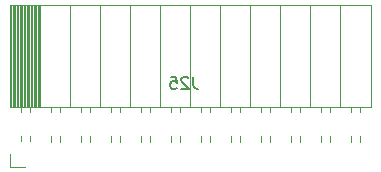
<source format=gbr>
%TF.GenerationSoftware,KiCad,Pcbnew,8.0.4*%
%TF.CreationDate,2024-09-10T22:03:23-04:00*%
%TF.ProjectId,LowerPOGO,4c6f7765-7250-44f4-974f-2e6b69636164,v4*%
%TF.SameCoordinates,Original*%
%TF.FileFunction,Legend,Bot*%
%TF.FilePolarity,Positive*%
%FSLAX46Y46*%
G04 Gerber Fmt 4.6, Leading zero omitted, Abs format (unit mm)*
G04 Created by KiCad (PCBNEW 8.0.4) date 2024-09-10 22:03:23*
%MOMM*%
%LPD*%
G01*
G04 APERTURE LIST*
%ADD10C,0.150000*%
%ADD11C,0.120000*%
G04 APERTURE END LIST*
D10*
X147199523Y-98717319D02*
X147199523Y-99431604D01*
X147199523Y-99431604D02*
X147247142Y-99574461D01*
X147247142Y-99574461D02*
X147342380Y-99669700D01*
X147342380Y-99669700D02*
X147485237Y-99717319D01*
X147485237Y-99717319D02*
X147580475Y-99717319D01*
X146770951Y-98812557D02*
X146723332Y-98764938D01*
X146723332Y-98764938D02*
X146628094Y-98717319D01*
X146628094Y-98717319D02*
X146389999Y-98717319D01*
X146389999Y-98717319D02*
X146294761Y-98764938D01*
X146294761Y-98764938D02*
X146247142Y-98812557D01*
X146247142Y-98812557D02*
X146199523Y-98907795D01*
X146199523Y-98907795D02*
X146199523Y-99003033D01*
X146199523Y-99003033D02*
X146247142Y-99145890D01*
X146247142Y-99145890D02*
X146818570Y-99717319D01*
X146818570Y-99717319D02*
X146199523Y-99717319D01*
X145294761Y-98717319D02*
X145770951Y-98717319D01*
X145770951Y-98717319D02*
X145818570Y-99193509D01*
X145818570Y-99193509D02*
X145770951Y-99145890D01*
X145770951Y-99145890D02*
X145675713Y-99098271D01*
X145675713Y-99098271D02*
X145437618Y-99098271D01*
X145437618Y-99098271D02*
X145342380Y-99145890D01*
X145342380Y-99145890D02*
X145294761Y-99193509D01*
X145294761Y-99193509D02*
X145247142Y-99288747D01*
X145247142Y-99288747D02*
X145247142Y-99526842D01*
X145247142Y-99526842D02*
X145294761Y-99622080D01*
X145294761Y-99622080D02*
X145342380Y-99669700D01*
X145342380Y-99669700D02*
X145437618Y-99717319D01*
X145437618Y-99717319D02*
X145675713Y-99717319D01*
X145675713Y-99717319D02*
X145770951Y-99669700D01*
X145770951Y-99669700D02*
X145818570Y-99622080D01*
D11*
%TO.C,J25*%
X131670000Y-101250000D02*
X131670000Y-92620000D01*
X131670000Y-106360000D02*
X131670000Y-105250000D01*
X131790000Y-101250000D02*
X131790000Y-92620000D01*
X131908095Y-101250000D02*
X131908095Y-92620000D01*
X132026190Y-101250000D02*
X132026190Y-92620000D01*
X132144285Y-101250000D02*
X132144285Y-92620000D01*
X132262380Y-101250000D02*
X132262380Y-92620000D01*
X132380475Y-101250000D02*
X132380475Y-92620000D01*
X132498570Y-101250000D02*
X132498570Y-92620000D01*
X132616665Y-101250000D02*
X132616665Y-92620000D01*
X132640000Y-101660000D02*
X132640000Y-101250000D01*
X132640000Y-104140000D02*
X132640000Y-103760000D01*
X132734760Y-101250000D02*
X132734760Y-92620000D01*
X132852855Y-101250000D02*
X132852855Y-92620000D01*
X132970950Y-101250000D02*
X132970950Y-92620000D01*
X133000000Y-106360000D02*
X131670000Y-106360000D01*
X133089045Y-101250000D02*
X133089045Y-92620000D01*
X133207140Y-101250000D02*
X133207140Y-92620000D01*
X133325235Y-101250000D02*
X133325235Y-92620000D01*
X133360000Y-101660000D02*
X133360000Y-101250000D01*
X133360000Y-104140000D02*
X133360000Y-103760000D01*
X133443330Y-101250000D02*
X133443330Y-92620000D01*
X133561425Y-101250000D02*
X133561425Y-92620000D01*
X133679520Y-101250000D02*
X133679520Y-92620000D01*
X133797615Y-101250000D02*
X133797615Y-92620000D01*
X133915710Y-101250000D02*
X133915710Y-92620000D01*
X134033805Y-101250000D02*
X134033805Y-92620000D01*
X134151900Y-101250000D02*
X134151900Y-92620000D01*
X134270000Y-101250000D02*
X134270000Y-92620000D01*
X135180000Y-101660000D02*
X135180000Y-101250000D01*
X135180000Y-104200000D02*
X135180000Y-103760000D01*
X135900000Y-101660000D02*
X135900000Y-101250000D01*
X135900000Y-104200000D02*
X135900000Y-103760000D01*
X136810000Y-101250000D02*
X136810000Y-92620000D01*
X137720000Y-101660000D02*
X137720000Y-101250000D01*
X137720000Y-104200000D02*
X137720000Y-103760000D01*
X138440000Y-101660000D02*
X138440000Y-101250000D01*
X138440000Y-104200000D02*
X138440000Y-103760000D01*
X139350000Y-101250000D02*
X139350000Y-92620000D01*
X140260000Y-101660000D02*
X140260000Y-101250000D01*
X140260000Y-104200000D02*
X140260000Y-103760000D01*
X140980000Y-101660000D02*
X140980000Y-101250000D01*
X140980000Y-104200000D02*
X140980000Y-103760000D01*
X141890000Y-101250000D02*
X141890000Y-92620000D01*
X142800000Y-101660000D02*
X142800000Y-101250000D01*
X142800000Y-104200000D02*
X142800000Y-103760000D01*
X143520000Y-101660000D02*
X143520000Y-101250000D01*
X143520000Y-104200000D02*
X143520000Y-103760000D01*
X144430000Y-101250000D02*
X144430000Y-92620000D01*
X145340000Y-101660000D02*
X145340000Y-101250000D01*
X145340000Y-104200000D02*
X145340000Y-103760000D01*
X146060000Y-101660000D02*
X146060000Y-101250000D01*
X146060000Y-104200000D02*
X146060000Y-103760000D01*
X146970000Y-101250000D02*
X146970000Y-92620000D01*
X147880000Y-101660000D02*
X147880000Y-101250000D01*
X147880000Y-104200000D02*
X147880000Y-103760000D01*
X148600000Y-101660000D02*
X148600000Y-101250000D01*
X148600000Y-104200000D02*
X148600000Y-103760000D01*
X149510000Y-101250000D02*
X149510000Y-92620000D01*
X150420000Y-101660000D02*
X150420000Y-101250000D01*
X150420000Y-104200000D02*
X150420000Y-103760000D01*
X151140000Y-101660000D02*
X151140000Y-101250000D01*
X151140000Y-104200000D02*
X151140000Y-103760000D01*
X152050000Y-101250000D02*
X152050000Y-92620000D01*
X152960000Y-101660000D02*
X152960000Y-101250000D01*
X152960000Y-104200000D02*
X152960000Y-103760000D01*
X153680000Y-101660000D02*
X153680000Y-101250000D01*
X153680000Y-104200000D02*
X153680000Y-103760000D01*
X154590000Y-101250000D02*
X154590000Y-92620000D01*
X155500000Y-101660000D02*
X155500000Y-101250000D01*
X155500000Y-104200000D02*
X155500000Y-103760000D01*
X156220000Y-101660000D02*
X156220000Y-101250000D01*
X156220000Y-104200000D02*
X156220000Y-103760000D01*
X157130000Y-101250000D02*
X157130000Y-92620000D01*
X158040000Y-101660000D02*
X158040000Y-101250000D01*
X158040000Y-104200000D02*
X158040000Y-103760000D01*
X158760000Y-101660000D02*
X158760000Y-101250000D01*
X158760000Y-104200000D02*
X158760000Y-103760000D01*
X159670000Y-101250000D02*
X159670000Y-92620000D01*
X160580000Y-101660000D02*
X160580000Y-101250000D01*
X160580000Y-104200000D02*
X160580000Y-103760000D01*
X161300000Y-101660000D02*
X161300000Y-101250000D01*
X161300000Y-104200000D02*
X161300000Y-103760000D01*
X162270000Y-92620000D02*
X131670000Y-92620000D01*
X162270000Y-101250000D02*
X131670000Y-101250000D01*
X162270000Y-101250000D02*
X162270000Y-92620000D01*
%TD*%
M02*

</source>
